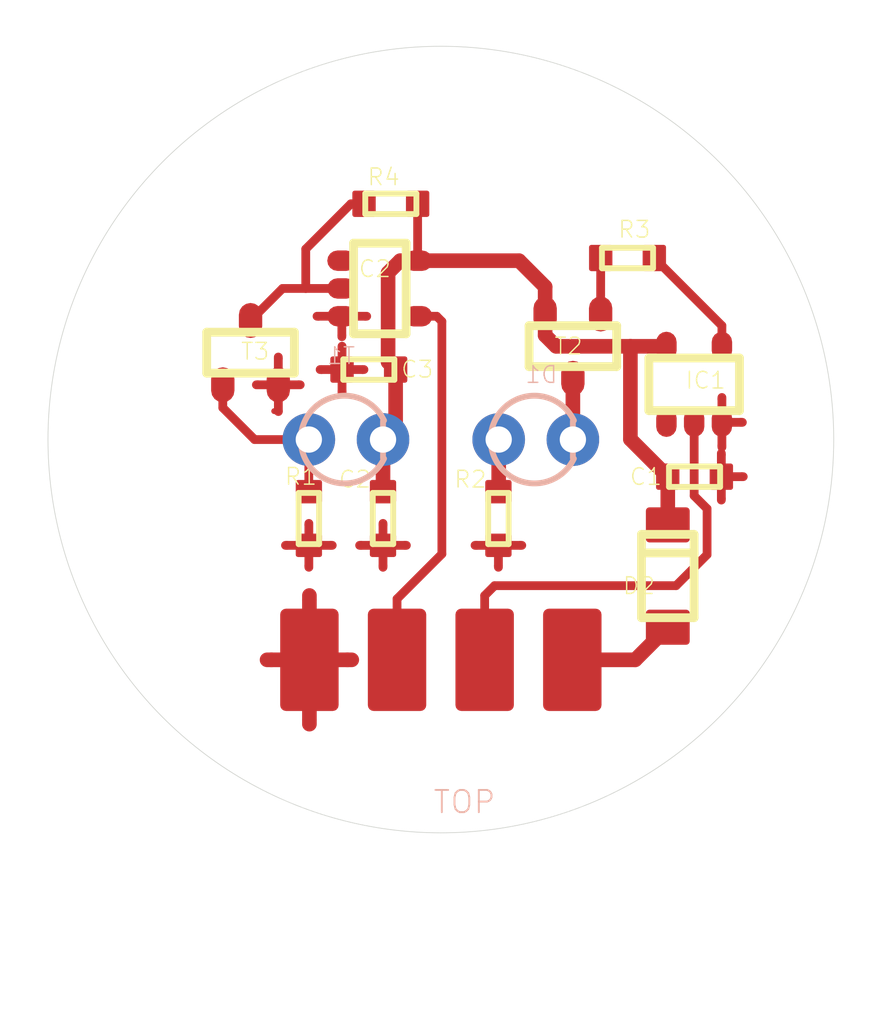
<source format=kicad_pcb>
(kicad_pcb (version 20171130) (host pcbnew "(5.1.9)-1")

  (general
    (thickness 1.6)
    (drawings 19)
    (tracks 119)
    (zones 0)
    (modules 18)
    (nets 17)
  )

  (page A4)
  (layers
    (0 Top signal)
    (31 Bottom signal)
    (32 B.Adhes user)
    (33 F.Adhes user)
    (34 B.Paste user)
    (35 F.Paste user)
    (36 B.SilkS user)
    (37 F.SilkS user)
    (38 B.Mask user)
    (39 F.Mask user)
    (40 Dwgs.User user)
    (41 Cmts.User user)
    (42 Eco1.User user)
    (43 Eco2.User user)
    (44 Edge.Cuts user)
    (45 Margin user)
    (46 B.CrtYd user)
    (47 F.CrtYd user)
    (48 B.Fab user)
    (49 F.Fab user)
  )

  (setup
    (last_trace_width 0.25)
    (trace_clearance 0.2)
    (zone_clearance 0.508)
    (zone_45_only no)
    (trace_min 0.2)
    (via_size 0.8)
    (via_drill 0.4)
    (via_min_size 0.4)
    (via_min_drill 0.3)
    (uvia_size 0.3)
    (uvia_drill 0.1)
    (uvias_allowed no)
    (uvia_min_size 0.2)
    (uvia_min_drill 0.1)
    (edge_width 0.05)
    (segment_width 0.2)
    (pcb_text_width 0.3)
    (pcb_text_size 1.5 1.5)
    (mod_edge_width 0.12)
    (mod_text_size 1 1)
    (mod_text_width 0.15)
    (pad_size 1.524 1.524)
    (pad_drill 0.762)
    (pad_to_mask_clearance 0)
    (aux_axis_origin 0 0)
    (visible_elements FFFFFF7F)
    (pcbplotparams
      (layerselection 0x010fc_ffffffff)
      (usegerberextensions false)
      (usegerberattributes true)
      (usegerberadvancedattributes true)
      (creategerberjobfile true)
      (excludeedgelayer true)
      (linewidth 0.100000)
      (plotframeref false)
      (viasonmask false)
      (mode 1)
      (useauxorigin false)
      (hpglpennumber 1)
      (hpglpenspeed 20)
      (hpglpendiameter 15.000000)
      (psnegative false)
      (psa4output false)
      (plotreference true)
      (plotvalue true)
      (plotinvisibletext false)
      (padsonsilk false)
      (subtractmaskfromsilk false)
      (outputformat 1)
      (mirror false)
      (drillshape 1)
      (scaleselection 1)
      (outputdirectory ""))
  )

  (net 0 "")
  (net 1 /GND)
  (net 2 "Net-(IC2-Pad4)")
  (net 3 "Net-(D2-Pad2)")
  (net 4 /+UB)
  (net 5 "Net-(R1-Pad2)")
  (net 6 "Net-(IC2-Pad2)")
  (net 7 "Net-(D1-Pad1)")
  (net 8 "Net-(D1-Pad2)")
  (net 9 "Net-(R3-Pad2)")
  (net 10 "Net-(IC1-Pad4)")
  (net 11 "Net-(IC1-Pad2)")
  (net 12 "Net-(IC1-Pad1)")
  (net 13 "Net-(IC2-Pad1)")
  (net 14 "Net-(T3-Pad2)")
  (net 15 "Net-(T2-Pad2)")
  (net 16 "Net-(T2-Pad1)")

  (net_class Default "This is the default net class."
    (clearance 0.2)
    (trace_width 0.25)
    (via_dia 0.8)
    (via_drill 0.4)
    (uvia_dia 0.3)
    (uvia_drill 0.1)
    (add_net +UB)
    (add_net /+UB)
    (add_net /GND)
    (add_net B)
    (add_net "Net-(D1-Pad1)")
    (add_net "Net-(D1-Pad2)")
    (add_net "Net-(D2-Pad2)")
    (add_net "Net-(IC1-Pad1)")
    (add_net "Net-(IC1-Pad2)")
    (add_net "Net-(IC1-Pad4)")
    (add_net "Net-(IC2-Pad1)")
    (add_net "Net-(IC2-Pad2)")
    (add_net "Net-(IC2-Pad4)")
    (add_net "Net-(R1-Pad2)")
    (add_net "Net-(R3-Pad2)")
    (add_net "Net-(T2-Pad1)")
    (add_net "Net-(T2-Pad2)")
    (add_net "Net-(T3-Pad2)")
  )

  (module IR_Schreib_Lesekopf_TTL_Neu_V1:LOETPUNKT_1 (layer Top) (tedit 0) (tstamp 61754E05)
    (at 144.0011 112.5366 270)
    (path /D6F99A86)
    (fp_text reference X4 (at 1.242 0.378) (layer F.Fab)
      (effects (font (size 0.57 0.57) (thickness 0.048)) (justify left bottom))
    )
    (fp_text value GND (at -0.584 0.545) (layer F.Fab)
      (effects (font (size 0.57 0.57) (thickness 0.048)) (justify left bottom))
    )
    (pad 1 smd roundrect (at 0 0 270) (size 3.5 2) (layers Top F.Mask) (roundrect_rratio 0.1)
      (net 1 /GND) (solder_mask_margin 0.1016))
  )

  (module IR_Schreib_Lesekopf_TTL_Neu_V1:LOETPUNKT_2 (layer Top) (tedit 0) (tstamp 61754E09)
    (at 147.0011 112.5366 90)
    (path /2B12BB6C)
    (fp_text reference X3 (at -0.64 -0.38 180) (layer F.Fab)
      (effects (font (size 0.57 0.57) (thickness 0.048)) (justify right top))
    )
    (fp_text value RXD (at 1.176 -0.558 180) (layer F.Fab)
      (effects (font (size 0.57 0.57) (thickness 0.048)) (justify right top))
    )
    (pad 1 smd roundrect (at 0 0 90) (size 3.5 2) (layers Top F.Mask) (roundrect_rratio 0.1)
      (net 2 "Net-(IC2-Pad4)") (solder_mask_margin 0.1016))
  )

  (module IR_Schreib_Lesekopf_TTL_Neu_V1:LOETPUNKT_3 (layer Top) (tedit 0) (tstamp 61754E0D)
    (at 153.0011 112.5366 90)
    (path /E702066D)
    (fp_text reference X1 (at -0.574 -0.311 180) (layer F.Fab)
      (effects (font (size 0.57 0.57) (thickness 0.048)) (justify right top))
    )
    (fp_text value +Ub (at 1.205 -0.589 180) (layer F.Fab)
      (effects (font (size 0.57 0.57) (thickness 0.048)) (justify right top))
    )
    (pad 1 smd roundrect (at 0 0 90) (size 3.5 2) (layers Top F.Mask) (roundrect_rratio 0.1)
      (net 3 "Net-(D2-Pad2)") (solder_mask_margin 0.1016))
  )

  (module IR_Schreib_Lesekopf_TTL_Neu_V1:FOTO_4MM_4 (layer Bottom) (tedit 0) (tstamp 61754E11)
    (at 145.2511 105.0036)
    (path /43DE61C4)
    (fp_text reference T1 (at 0.354 -2.53) (layer B.SilkS)
      (effects (font (size 0.57 0.57) (thickness 0.048)) (justify left bottom mirror))
    )
    (fp_text value SFH309FA-4 (at 1.712 1.951) (layer B.Fab)
      (effects (font (size 0.57 0.57) (thickness 0.048)) (justify left bottom mirror))
    )
    (fp_arc (start -0.046 0) (end 1.304933 0.651904) (angle 308.4799805) (layer B.SilkS) (width 0.2))
    (fp_line (start 1.27 0.635) (end 1.27 -0.635) (layer B.SilkS) (width 0.2))
    (pad 2 thru_hole circle (at 1.27 0) (size 1.8 1.8) (drill 0.9) (layers *.Cu *.Mask)
      (net 4 /+UB) (solder_mask_margin 0.1016))
    (pad 1 thru_hole circle (at -1.27 0) (size 1.8 1.8) (drill 0.9) (layers *.Cu *.Mask)
      (net 5 "Net-(R1-Pad2)") (solder_mask_margin 0.1016))
  )

  (module IR_Schreib_Lesekopf_TTL_Neu_V1:0805_5 (layer Top) (tedit 0) (tstamp 61754E18)
    (at 143.9826 107.7036 270)
    (path /04647EBE)
    (fp_text reference R1 (at -1.1035 -0.31525) (layer F.SilkS)
      (effects (font (size 0.57 0.57) (thickness 0.048)) (justify right bottom))
    )
    (fp_text value 13K/1% (at -1.102 1.2495 270) (layer F.Fab)
      (effects (font (size 0.57 0.57) (thickness 0.048)) (justify right top))
    )
    (fp_line (start -0.875 -0.35) (end -0.875 0.35) (layer F.SilkS) (width 0.2))
    (fp_line (start 0.875 -0.35) (end 0.875 0.35) (layer F.SilkS) (width 0.2))
    (fp_line (start 0.875 -0.35) (end -0.875 -0.35) (layer F.SilkS) (width 0.2))
    (fp_line (start -0.875 0.35) (end 0.875 0.35) (layer F.SilkS) (width 0.2))
    (fp_circle (center 0 0) (end 0.1 0) (layer F.Adhes) (width 0.2))
    (pad 2 smd roundrect (at -0.9175 0 180) (size 0.9 0.8) (layers Top F.Mask) (roundrect_rratio 0.1)
      (net 5 "Net-(R1-Pad2)") (solder_mask_margin 0.1016))
    (pad 1 smd roundrect (at 0.9175 0 180) (size 0.9 0.8) (layers Top F.Mask) (roundrect_rratio 0.1)
      (net 1 /GND) (solder_mask_margin 0.1016))
  )

  (module IR_Schreib_Lesekopf_TTL_Neu_V1:0805_6 (layer Top) (tedit 0) (tstamp 61754E22)
    (at 146.7886 96.9411 180)
    (path /EA9C1F2C)
    (fp_text reference R4 (at -0.34125 1.2505 180) (layer F.SilkS)
      (effects (font (size 0.57 0.57) (thickness 0.048)) (justify right top))
    )
    (fp_text value 13K/1% (at -3.1355 0.287 180) (layer F.Fab)
      (effects (font (size 0.57 0.57) (thickness 0.048)) (justify right top))
    )
    (fp_line (start -0.875 -0.35) (end -0.875 0.35) (layer F.SilkS) (width 0.2))
    (fp_line (start 0.875 -0.35) (end 0.875 0.35) (layer F.SilkS) (width 0.2))
    (fp_line (start 0.875 -0.35) (end -0.875 -0.35) (layer F.SilkS) (width 0.2))
    (fp_line (start -0.875 0.35) (end 0.875 0.35) (layer F.SilkS) (width 0.2))
    (fp_circle (center 0 0) (end 0.1 0) (layer F.Adhes) (width 0.2))
    (pad 2 smd roundrect (at -0.9175 0 90) (size 0.9 0.8) (layers Top F.Mask) (roundrect_rratio 0.1)
      (net 4 /+UB) (solder_mask_margin 0.1016))
    (pad 1 smd roundrect (at 0.9175 0 90) (size 0.9 0.8) (layers Top F.Mask) (roundrect_rratio 0.1)
      (net 6 "Net-(IC2-Pad2)") (solder_mask_margin 0.1016))
  )

  (module IR_Schreib_Lesekopf_TTL_Neu_V1:0805_10 (layer Top) (tedit 0) (tstamp 61754E2C)
    (at 146.0356 102.6101)
    (path /988EC371)
    (fp_text reference C3 (at 1.06875 0.3255) (layer F.SilkS)
      (effects (font (size 0.57 0.57) (thickness 0.048)) (justify left bottom))
    )
    (fp_text value 1µF/10V (at -1.1505 1.226) (layer F.Fab)
      (effects (font (size 0.57 0.57) (thickness 0.048)) (justify left bottom))
    )
    (fp_line (start -0.875 -0.35) (end -0.875 0.35) (layer F.SilkS) (width 0.2))
    (fp_line (start 0.875 -0.35) (end 0.875 0.35) (layer F.SilkS) (width 0.2))
    (fp_line (start 0.875 -0.35) (end -0.875 -0.35) (layer F.SilkS) (width 0.2))
    (fp_line (start -0.875 0.35) (end 0.875 0.35) (layer F.SilkS) (width 0.2))
    (fp_circle (center 0 0) (end 0.1 0) (layer F.Adhes) (width 0.2))
    (pad 2 smd roundrect (at -0.9175 0 270) (size 0.9 0.8) (layers Top F.Mask) (roundrect_rratio 0.1)
      (net 1 /GND) (solder_mask_margin 0.1016))
    (pad 1 smd roundrect (at 0.9175 0 270) (size 0.9 0.8) (layers Top F.Mask) (roundrect_rratio 0.1)
      (net 4 /+UB) (solder_mask_margin 0.1016))
  )

  (module IR_Schreib_Lesekopf_TTL_Neu_V1:0805_11 (layer Top) (tedit 0) (tstamp 61754E36)
    (at 157.1861 106.2731 180)
    (path /BCB0F8D9)
    (fp_text reference C1 (at 1.07825 0.333 180) (layer F.SilkS)
      (effects (font (size 0.57 0.57) (thickness 0.048)) (justify right top))
    )
    (fp_text value 1µF/10V (at -1.203 -0.5645 180) (layer F.Fab)
      (effects (font (size 0.57 0.57) (thickness 0.048)) (justify right top))
    )
    (fp_line (start -0.875 -0.35) (end -0.875 0.35) (layer F.SilkS) (width 0.2))
    (fp_line (start 0.875 -0.35) (end 0.875 0.35) (layer F.SilkS) (width 0.2))
    (fp_line (start 0.875 -0.35) (end -0.875 -0.35) (layer F.SilkS) (width 0.2))
    (fp_line (start -0.875 0.35) (end 0.875 0.35) (layer F.SilkS) (width 0.2))
    (fp_circle (center 0 0) (end 0.1 0) (layer F.Adhes) (width 0.2))
    (pad 2 smd roundrect (at -0.9175 0 90) (size 0.9 0.8) (layers Top F.Mask) (roundrect_rratio 0.1)
      (net 1 /GND) (solder_mask_margin 0.1016))
    (pad 1 smd roundrect (at 0.9175 0 90) (size 0.9 0.8) (layers Top F.Mask) (roundrect_rratio 0.1)
      (net 4 /+UB) (solder_mask_margin 0.1016))
  )

  (module IR_Schreib_Lesekopf_TTL_Neu_V1:LED_3MM_13 (layer Top) (tedit 0) (tstamp 61754E40)
    (at 151.7511 105.0036)
    (path /8EB84F51)
    (fp_text reference D1 (at -0.398 -1.885) (layer B.SilkS)
      (effects (font (size 0.57 0.57) (thickness 0.048)) (justify right bottom mirror))
    )
    (fp_text value SFH487-2 (at -1.479 2.615) (layer B.Fab)
      (effects (font (size 0.57 0.57) (thickness 0.048)) (justify right bottom mirror))
    )
    (fp_arc (start -0.046 -0.000001) (end 1.304934 -0.651904) (angle -308.47999) (layer B.SilkS) (width 0.2))
    (fp_line (start 1.27 -0.635) (end 1.27 0.635) (layer B.SilkS) (width 0.2))
    (pad 1 thru_hole circle (at 1.27 0) (size 1.8 1.8) (drill 0.9) (layers *.Cu *.Mask)
      (net 7 "Net-(D1-Pad1)") (solder_mask_margin 0.1016))
    (pad 2 thru_hole circle (at -1.27 0) (size 1.8 1.8) (drill 0.9) (layers *.Cu *.Mask)
      (net 8 "Net-(D1-Pad2)") (solder_mask_margin 0.1016))
  )

  (module IR_Schreib_Lesekopf_TTL_Neu_V1:0805_14 (layer Top) (tedit 0) (tstamp 61754E47)
    (at 154.8916 98.7951)
    (path /F00894F0)
    (fp_text reference R3 (at -0.35425 -0.6445) (layer F.SilkS)
      (effects (font (size 0.57 0.57) (thickness 0.048)) (justify left bottom))
    )
    (fp_text value 13K/1% (at -0.8685 1.19) (layer F.Fab)
      (effects (font (size 0.57 0.57) (thickness 0.048)) (justify left bottom))
    )
    (fp_line (start -0.875 -0.35) (end -0.875 0.35) (layer F.SilkS) (width 0.2))
    (fp_line (start 0.875 -0.35) (end 0.875 0.35) (layer F.SilkS) (width 0.2))
    (fp_line (start 0.875 -0.35) (end -0.875 -0.35) (layer F.SilkS) (width 0.2))
    (fp_line (start -0.875 0.35) (end 0.875 0.35) (layer F.SilkS) (width 0.2))
    (fp_circle (center 0 0) (end 0.1 0) (layer F.Adhes) (width 0.2))
    (pad 2 smd roundrect (at -0.9175 0 270) (size 0.9 0.8) (layers Top F.Mask) (roundrect_rratio 0.1)
      (net 9 "Net-(R3-Pad2)") (solder_mask_margin 0.1016))
    (pad 1 smd roundrect (at 0.9175 0 270) (size 0.9 0.8) (layers Top F.Mask) (roundrect_rratio 0.1)
      (net 10 "Net-(IC1-Pad4)") (solder_mask_margin 0.1016))
  )

  (module IR_Schreib_Lesekopf_TTL_Neu_V1:LOETPUNKT_19 (layer Top) (tedit 0) (tstamp 61754E51)
    (at 150.0011 112.5366 270)
    (path /8C09EC51)
    (fp_text reference X2 (at 1.219 0.351) (layer F.Fab)
      (effects (font (size 0.57 0.57) (thickness 0.048)) (justify left bottom))
    )
    (fp_text value TXD (at -0.575 0.551) (layer F.Fab)
      (effects (font (size 0.57 0.57) (thickness 0.048)) (justify left bottom))
    )
    (pad 1 smd roundrect (at 0 0 270) (size 3.5 2) (layers Top F.Mask) (roundrect_rratio 0.1)
      (net 11 "Net-(IC1-Pad2)") (solder_mask_margin 0.1016))
  )

  (module IR_Schreib_Lesekopf_TTL_Neu_V1:SOT23_5_20 (layer Top) (tedit 0) (tstamp 61754E55)
    (at 157.1731 103.1146)
    (path /C45ADC5E)
    (fp_text reference IC1 (at -0.33 0.197) (layer F.SilkS)
      (effects (font (size 0.57 0.57) (thickness 0.048)) (justify left bottom))
    )
    (fp_text value 74LVC1G17DBVR (at 2.38 1.815) (layer F.Fab)
      (effects (font (size 0.57 0.57) (thickness 0.048)) (justify right bottom))
    )
    (fp_line (start -1.55 0.9) (end -1.55 -0.9) (layer F.SilkS) (width 0.3))
    (fp_line (start 1.55 0.9) (end -1.55 0.9) (layer F.SilkS) (width 0.3))
    (fp_line (start 1.55 -0.9) (end 1.55 0.9) (layer F.SilkS) (width 0.3))
    (fp_line (start -1.55 -0.9) (end 1.55 -0.9) (layer F.SilkS) (width 0.3))
    (fp_circle (center 0 0) (end 0.15 0) (layer F.Adhes) (width 0.3))
    (fp_poly (pts (xy -0.6 1.15) (xy -0.626642 1.016061) (xy -0.702513 0.902513) (xy -0.816061 0.826642)
      (xy -0.95 0.8) (xy -1.083939 0.826642) (xy -1.197487 0.902513) (xy -1.273358 1.016061)
      (xy -1.3 1.15) (xy -1.3 1.45) (xy -1.273358 1.583939) (xy -1.197487 1.697487)
      (xy -1.083939 1.773358) (xy -0.95 1.8) (xy -0.816061 1.773358) (xy -0.702513 1.697487)
      (xy -0.626642 1.583939) (xy -0.6 1.45)) (layer Top) (width 0))
    (fp_poly (pts (xy 0.35 1.15) (xy 0.323358 1.016061) (xy 0.247487 0.902513) (xy 0.133939 0.826642)
      (xy 0 0.8) (xy -0.133939 0.826642) (xy -0.247487 0.902513) (xy -0.323358 1.016061)
      (xy -0.35 1.15) (xy -0.35 1.45) (xy -0.323358 1.583939) (xy -0.247487 1.697487)
      (xy -0.133939 1.773358) (xy 0 1.8) (xy 0.133939 1.773358) (xy 0.247487 1.697487)
      (xy 0.323358 1.583939) (xy 0.35 1.45)) (layer Top) (width 0))
    (fp_poly (pts (xy 1.3 1.15) (xy 1.273358 1.016061) (xy 1.197487 0.902513) (xy 1.083939 0.826642)
      (xy 0.95 0.8) (xy 0.816061 0.826642) (xy 0.702513 0.902513) (xy 0.626642 1.016061)
      (xy 0.6 1.15) (xy 0.6 1.45) (xy 0.626642 1.583939) (xy 0.702513 1.697487)
      (xy 0.816061 1.773358) (xy 0.95 1.8) (xy 1.083939 1.773358) (xy 1.197487 1.697487)
      (xy 1.273358 1.583939) (xy 1.3 1.45)) (layer Top) (width 0))
    (fp_poly (pts (xy -0.6 -1.45) (xy -0.626642 -1.583939) (xy -0.702513 -1.697487) (xy -0.816061 -1.773358)
      (xy -0.95 -1.8) (xy -1.083939 -1.773358) (xy -1.197487 -1.697487) (xy -1.273358 -1.583939)
      (xy -1.3 -1.45) (xy -1.3 -1.15) (xy -1.273358 -1.016061) (xy -1.197487 -0.902513)
      (xy -1.083939 -0.826642) (xy -0.95 -0.8) (xy -0.816061 -0.826642) (xy -0.702513 -0.902513)
      (xy -0.626642 -1.016061) (xy -0.6 -1.15)) (layer Top) (width 0))
    (fp_poly (pts (xy 1.3 -1.45) (xy 1.273358 -1.583939) (xy 1.197487 -1.697487) (xy 1.083939 -1.773358)
      (xy 0.95 -1.8) (xy 0.816061 -1.773358) (xy 0.702513 -1.697487) (xy 0.626642 -1.583939)
      (xy 0.6 -1.45) (xy 0.6 -1.15) (xy 0.626642 -1.016061) (xy 0.702513 -0.902513)
      (xy 0.816061 -0.826642) (xy 0.95 -0.8) (xy 1.083939 -0.826642) (xy 1.197487 -0.902513)
      (xy 1.273358 -1.016061) (xy 1.3 -1.15)) (layer Top) (width 0))
    (pad 1 smd rect (at -0.95 1.3 180) (size 0.35 0.5) (layers Top F.Mask)
      (net 12 "Net-(IC1-Pad1)") (solder_mask_margin 0.1016))
    (pad 2 smd rect (at 0 1.3 180) (size 0.35 0.5) (layers Top F.Mask)
      (net 11 "Net-(IC1-Pad2)") (solder_mask_margin 0.1016))
    (pad 3 smd rect (at 0.95 1.3 180) (size 0.35 0.5) (layers Top F.Mask)
      (net 1 /GND) (solder_mask_margin 0.1016))
    (pad 5 smd rect (at -0.95 -1.3 180) (size 0.35 0.5) (layers Top F.Mask)
      (net 4 /+UB) (solder_mask_margin 0.1016))
    (pad 4 smd rect (at 0.95 -1.3 180) (size 0.35 0.5) (layers Top F.Mask)
      (net 10 "Net-(IC1-Pad4)") (solder_mask_margin 0.1016))
  )

  (module IR_Schreib_Lesekopf_TTL_Neu_V1:0805_21 (layer Top) (tedit 0) (tstamp 61754E67)
    (at 146.5206 107.7036 90)
    (path /D8344A69)
    (fp_text reference C2 (at 1.6735 -0.37125 180) (layer F.SilkS)
      (effects (font (size 0.57 0.57) (thickness 0.048)) (justify right top))
    )
    (fp_text value 1µF/10V (at -1.144 1.2815 90) (layer F.Fab)
      (effects (font (size 0.57 0.57) (thickness 0.048)) (justify left bottom))
    )
    (fp_line (start -0.875 -0.35) (end -0.875 0.35) (layer F.SilkS) (width 0.2))
    (fp_line (start 0.875 -0.35) (end 0.875 0.35) (layer F.SilkS) (width 0.2))
    (fp_line (start 0.875 -0.35) (end -0.875 -0.35) (layer F.SilkS) (width 0.2))
    (fp_line (start -0.875 0.35) (end 0.875 0.35) (layer F.SilkS) (width 0.2))
    (fp_circle (center 0 0) (end 0.1 0) (layer F.Adhes) (width 0.2))
    (pad 2 smd roundrect (at -0.9175 0) (size 0.9 0.8) (layers Top F.Mask) (roundrect_rratio 0.1)
      (net 1 /GND) (solder_mask_margin 0.1016))
    (pad 1 smd roundrect (at 0.9175 0) (size 0.9 0.8) (layers Top F.Mask) (roundrect_rratio 0.1)
      (net 4 /+UB) (solder_mask_margin 0.1016))
  )

  (module IR_Schreib_Lesekopf_TTL_Neu_V1:SOT23_5_23 (layer Top) (tedit 0) (tstamp 61754E71)
    (at 146.4121 99.8366 270)
    (path /5A9972E6)
    (fp_text reference IC2 (at -0.338 -0.419) (layer F.SilkS)
      (effects (font (size 0.57 0.57) (thickness 0.048)) (justify right bottom))
    )
    (fp_text value 74LVC1G17DBVR (at -2.548 1.823 270) (layer F.Fab)
      (effects (font (size 0.57 0.57) (thickness 0.048)) (justify right top))
    )
    (fp_line (start -1.55 0.9) (end -1.55 -0.9) (layer F.SilkS) (width 0.3))
    (fp_line (start 1.55 0.9) (end -1.55 0.9) (layer F.SilkS) (width 0.3))
    (fp_line (start 1.55 -0.9) (end 1.55 0.9) (layer F.SilkS) (width 0.3))
    (fp_line (start -1.55 -0.9) (end 1.55 -0.9) (layer F.SilkS) (width 0.3))
    (fp_circle (center 0 0) (end 0.15 0) (layer F.Adhes) (width 0.3))
    (fp_poly (pts (xy -0.6 1.15) (xy -0.626642 1.016061) (xy -0.702513 0.902513) (xy -0.816061 0.826642)
      (xy -0.95 0.8) (xy -1.083939 0.826642) (xy -1.197487 0.902513) (xy -1.273358 1.016061)
      (xy -1.3 1.15) (xy -1.3 1.45) (xy -1.273358 1.583939) (xy -1.197487 1.697487)
      (xy -1.083939 1.773358) (xy -0.95 1.8) (xy -0.816061 1.773358) (xy -0.702513 1.697487)
      (xy -0.626642 1.583939) (xy -0.6 1.45)) (layer Top) (width 0))
    (fp_poly (pts (xy 0.35 1.15) (xy 0.323358 1.016061) (xy 0.247487 0.902513) (xy 0.133939 0.826642)
      (xy 0 0.8) (xy -0.133939 0.826642) (xy -0.247487 0.902513) (xy -0.323358 1.016061)
      (xy -0.35 1.15) (xy -0.35 1.45) (xy -0.323358 1.583939) (xy -0.247487 1.697487)
      (xy -0.133939 1.773358) (xy 0 1.8) (xy 0.133939 1.773358) (xy 0.247487 1.697487)
      (xy 0.323358 1.583939) (xy 0.35 1.45)) (layer Top) (width 0))
    (fp_poly (pts (xy 1.3 1.15) (xy 1.273358 1.016061) (xy 1.197487 0.902513) (xy 1.083939 0.826642)
      (xy 0.95 0.8) (xy 0.816061 0.826642) (xy 0.702513 0.902513) (xy 0.626642 1.016061)
      (xy 0.6 1.15) (xy 0.6 1.45) (xy 0.626642 1.583939) (xy 0.702513 1.697487)
      (xy 0.816061 1.773358) (xy 0.95 1.8) (xy 1.083939 1.773358) (xy 1.197487 1.697487)
      (xy 1.273358 1.583939) (xy 1.3 1.45)) (layer Top) (width 0))
    (fp_poly (pts (xy -0.6 -1.45) (xy -0.626642 -1.583939) (xy -0.702513 -1.697487) (xy -0.816061 -1.773358)
      (xy -0.95 -1.8) (xy -1.083939 -1.773358) (xy -1.197487 -1.697487) (xy -1.273358 -1.583939)
      (xy -1.3 -1.45) (xy -1.3 -1.15) (xy -1.273358 -1.016061) (xy -1.197487 -0.902513)
      (xy -1.083939 -0.826642) (xy -0.95 -0.8) (xy -0.816061 -0.826642) (xy -0.702513 -0.902513)
      (xy -0.626642 -1.016061) (xy -0.6 -1.15)) (layer Top) (width 0))
    (fp_poly (pts (xy 1.3 -1.45) (xy 1.273358 -1.583939) (xy 1.197487 -1.697487) (xy 1.083939 -1.773358)
      (xy 0.95 -1.8) (xy 0.816061 -1.773358) (xy 0.702513 -1.697487) (xy 0.626642 -1.583939)
      (xy 0.6 -1.45) (xy 0.6 -1.15) (xy 0.626642 -1.016061) (xy 0.702513 -0.902513)
      (xy 0.816061 -0.826642) (xy 0.95 -0.8) (xy 1.083939 -0.826642) (xy 1.197487 -0.902513)
      (xy 1.273358 -1.016061) (xy 1.3 -1.15)) (layer Top) (width 0))
    (pad 1 smd rect (at -0.95 1.3 90) (size 0.35 0.5) (layers Top F.Mask)
      (net 13 "Net-(IC2-Pad1)") (solder_mask_margin 0.1016))
    (pad 2 smd rect (at 0 1.3 90) (size 0.35 0.5) (layers Top F.Mask)
      (net 6 "Net-(IC2-Pad2)") (solder_mask_margin 0.1016))
    (pad 3 smd rect (at 0.95 1.3 90) (size 0.35 0.5) (layers Top F.Mask)
      (net 1 /GND) (solder_mask_margin 0.1016))
    (pad 5 smd rect (at -0.95 -1.3 90) (size 0.35 0.5) (layers Top F.Mask)
      (net 4 /+UB) (solder_mask_margin 0.1016))
    (pad 4 smd rect (at 0.95 -1.3 90) (size 0.35 0.5) (layers Top F.Mask)
      (net 2 "Net-(IC2-Pad4)") (solder_mask_margin 0.1016))
  )

  (module IR_Schreib_Lesekopf_TTL_Neu_V1:SOD123_25 (layer Top) (tedit 0) (tstamp 61754E83)
    (at 156.2701 109.6716 90)
    (path /13221062)
    (fp_text reference D2 (at -0.001 -0.399 180) (layer F.SilkS)
      (effects (font (size 0.57 0.57) (thickness 0.048)) (justify right top))
    )
    (fp_text value BAT46W (at 1.253 1.851 90) (layer F.Fab)
      (effects (font (size 0.57 0.57) (thickness 0.048)) (justify right bottom))
    )
    (fp_line (start -1.425 0.9) (end -1.425 -0.9) (layer F.SilkS) (width 0.3))
    (fp_line (start 1.425 0.9) (end -1.425 0.9) (layer F.SilkS) (width 0.3))
    (fp_line (start 1.425 -0.9) (end 1.425 0.9) (layer F.SilkS) (width 0.3))
    (fp_line (start -1.425 -0.9) (end 1.425 -0.9) (layer F.SilkS) (width 0.3))
    (fp_circle (center 0 0) (end 0.1 0) (layer F.Adhes) (width 0.2))
    (fp_line (start 0.79 -0.9) (end 0.79 0.9) (layer F.SilkS) (width 0.3))
    (pad 1 smd roundrect (at 1.75 0 90) (size 1.2 1.5) (layers Top F.Mask) (roundrect_rratio 0.1)
      (net 4 /+UB) (solder_mask_margin 0.1016))
    (pad 2 smd roundrect (at -1.75 0 90) (size 1.2 1.5) (layers Top F.Mask) (roundrect_rratio 0.1)
      (net 3 "Net-(D2-Pad2)") (solder_mask_margin 0.1016))
  )

  (module IR_Schreib_Lesekopf_TTL_Neu_V1:SOT23_3_26 (layer Top) (tedit 0) (tstamp 61754E8E)
    (at 141.9861 102.0316)
    (path /E7030FAE)
    (fp_text reference T3 (at -0.362 0.291) (layer F.SilkS)
      (effects (font (size 0.57 0.57) (thickness 0.048)) (justify left bottom))
    )
    (fp_text value BC817-40 (at -1.407 1.629) (layer F.Fab)
      (effects (font (size 0.57 0.57) (thickness 0.048)) (justify left bottom))
    )
    (fp_poly (pts (xy -0.4 -0.9) (xy -0.369552 -0.746927) (xy -0.282843 -0.617157) (xy -0.153073 -0.530448)
      (xy 0 -0.5) (xy 0.153073 -0.530448) (xy 0.282843 -0.617157) (xy 0.369552 -0.746927)
      (xy 0.4 -0.9) (xy 0.4 -1.3) (xy 0.369552 -1.453073) (xy 0.282843 -1.582843)
      (xy 0.153073 -1.669552) (xy 0 -1.7) (xy -0.153073 -1.669552) (xy -0.282843 -1.582843)
      (xy -0.369552 -1.453073) (xy -0.4 -1.3)) (layer Top) (width 0))
    (fp_poly (pts (xy 0.55 1.3) (xy 0.580448 1.453073) (xy 0.667157 1.582843) (xy 0.796927 1.669552)
      (xy 0.95 1.7) (xy 1.103073 1.669552) (xy 1.232843 1.582843) (xy 1.319552 1.453073)
      (xy 1.35 1.3) (xy 1.35 0.9) (xy 1.319552 0.746927) (xy 1.232843 0.617157)
      (xy 1.103073 0.530448) (xy 0.95 0.5) (xy 0.796927 0.530448) (xy 0.667157 0.617157)
      (xy 0.580448 0.746927) (xy 0.55 0.9)) (layer Top) (width 0))
    (fp_poly (pts (xy -1.35 1.3) (xy -1.319552 1.453073) (xy -1.232843 1.582843) (xy -1.103073 1.669552)
      (xy -0.95 1.7) (xy -0.796927 1.669552) (xy -0.667157 1.582843) (xy -0.580448 1.453073)
      (xy -0.55 1.3) (xy -0.55 0.9) (xy -0.580448 0.746927) (xy -0.667157 0.617157)
      (xy -0.796927 0.530448) (xy -0.95 0.5) (xy -1.103073 0.530448) (xy -1.232843 0.617157)
      (xy -1.319552 0.746927) (xy -1.35 0.9)) (layer Top) (width 0))
    (fp_line (start 1.5 0.7) (end -1.5 0.7) (layer F.SilkS) (width 0.3))
    (fp_line (start 1.5 -0.7) (end 1.5 0.7) (layer F.SilkS) (width 0.3))
    (fp_line (start -1.5 -0.7) (end 1.5 -0.7) (layer F.SilkS) (width 0.3))
    (fp_line (start -1.5 0.7) (end -1.5 -0.7) (layer F.SilkS) (width 0.3))
    (fp_circle (center 0 0) (end 0.15 0) (layer F.Adhes) (width 0.3))
    (pad 3 smd rect (at 0 -1.1) (size 0.4 0.6) (layers Top F.Mask)
      (net 6 "Net-(IC2-Pad2)") (solder_mask_margin 0.1016))
    (pad 2 smd rect (at 0.95 1.1) (size 0.4 0.6) (layers Top F.Mask)
      (net 14 "Net-(T3-Pad2)") (solder_mask_margin 0.1016))
    (pad 1 smd rect (at -0.95 1.1) (size 0.4 0.6) (layers Top F.Mask)
      (net 5 "Net-(R1-Pad2)") (solder_mask_margin 0.1016))
  )

  (module IR_Schreib_Lesekopf_TTL_Neu_V1:0805_27 (layer Top) (tedit 0) (tstamp 61754E9C)
    (at 150.4716 107.7036 90)
    (path /B5C204EF)
    (fp_text reference R2 (at 1.6735 -0.37125 180) (layer F.SilkS)
      (effects (font (size 0.57 0.57) (thickness 0.048)) (justify right top))
    )
    (fp_text value 180R (at -0.492 1.2055 90) (layer F.Fab)
      (effects (font (size 0.57 0.57) (thickness 0.048)) (justify left bottom))
    )
    (fp_line (start -0.875 -0.35) (end -0.875 0.35) (layer F.SilkS) (width 0.2))
    (fp_line (start 0.875 -0.35) (end 0.875 0.35) (layer F.SilkS) (width 0.2))
    (fp_line (start 0.875 -0.35) (end -0.875 -0.35) (layer F.SilkS) (width 0.2))
    (fp_line (start -0.875 0.35) (end 0.875 0.35) (layer F.SilkS) (width 0.2))
    (fp_circle (center 0 0) (end 0.1 0) (layer F.Adhes) (width 0.2))
    (pad 2 smd roundrect (at -0.9175 0) (size 0.9 0.8) (layers Top F.Mask) (roundrect_rratio 0.1)
      (net 1 /GND) (solder_mask_margin 0.1016))
    (pad 1 smd roundrect (at 0.9175 0) (size 0.9 0.8) (layers Top F.Mask) (roundrect_rratio 0.1)
      (net 8 "Net-(D1-Pad2)") (solder_mask_margin 0.1016))
  )

  (module IR_Schreib_Lesekopf_TTL_Neu_V1:SOT23_3_28 (layer Top) (tedit 0) (tstamp 61754EA6)
    (at 153.0211 101.8096 180)
    (path /D8555BF1)
    (fp_text reference T2 (at -0.371 0.333 180) (layer F.SilkS)
      (effects (font (size 0.57 0.57) (thickness 0.048)) (justify right top))
    )
    (fp_text value BC807-40 (at -1.306 1.619 180) (layer F.Fab)
      (effects (font (size 0.57 0.57) (thickness 0.048)) (justify right top))
    )
    (fp_poly (pts (xy -0.4 -0.9) (xy -0.369552 -0.746927) (xy -0.282843 -0.617157) (xy -0.153073 -0.530448)
      (xy 0 -0.5) (xy 0.153073 -0.530448) (xy 0.282843 -0.617157) (xy 0.369552 -0.746927)
      (xy 0.4 -0.9) (xy 0.4 -1.3) (xy 0.369552 -1.453073) (xy 0.282843 -1.582843)
      (xy 0.153073 -1.669552) (xy 0 -1.7) (xy -0.153073 -1.669552) (xy -0.282843 -1.582843)
      (xy -0.369552 -1.453073) (xy -0.4 -1.3)) (layer Top) (width 0))
    (fp_poly (pts (xy 0.55 1.3) (xy 0.580448 1.453073) (xy 0.667157 1.582843) (xy 0.796927 1.669552)
      (xy 0.95 1.7) (xy 1.103073 1.669552) (xy 1.232843 1.582843) (xy 1.319552 1.453073)
      (xy 1.35 1.3) (xy 1.35 0.9) (xy 1.319552 0.746927) (xy 1.232843 0.617157)
      (xy 1.103073 0.530448) (xy 0.95 0.5) (xy 0.796927 0.530448) (xy 0.667157 0.617157)
      (xy 0.580448 0.746927) (xy 0.55 0.9)) (layer Top) (width 0))
    (fp_poly (pts (xy -1.35 1.3) (xy -1.319552 1.453073) (xy -1.232843 1.582843) (xy -1.103073 1.669552)
      (xy -0.95 1.7) (xy -0.796927 1.669552) (xy -0.667157 1.582843) (xy -0.580448 1.453073)
      (xy -0.55 1.3) (xy -0.55 0.9) (xy -0.580448 0.746927) (xy -0.667157 0.617157)
      (xy -0.796927 0.530448) (xy -0.95 0.5) (xy -1.103073 0.530448) (xy -1.232843 0.617157)
      (xy -1.319552 0.746927) (xy -1.35 0.9)) (layer Top) (width 0))
    (fp_line (start 1.5 0.7) (end -1.5 0.7) (layer F.SilkS) (width 0.3))
    (fp_line (start 1.5 -0.7) (end 1.5 0.7) (layer F.SilkS) (width 0.3))
    (fp_line (start -1.5 -0.7) (end 1.5 -0.7) (layer F.SilkS) (width 0.3))
    (fp_line (start -1.5 0.7) (end -1.5 -0.7) (layer F.SilkS) (width 0.3))
    (fp_circle (center 0 0) (end 0.15 0) (layer F.Adhes) (width 0.3))
    (pad 3 smd rect (at 0 -1.1 180) (size 0.4 0.6) (layers Top F.Mask)
      (net 7 "Net-(D1-Pad1)") (solder_mask_margin 0.1016))
    (pad 2 smd rect (at 0.95 1.1 180) (size 0.4 0.6) (layers Top F.Mask)
      (net 15 "Net-(T2-Pad2)") (solder_mask_margin 0.1016))
    (pad 1 smd rect (at -0.95 1.1 180) (size 0.4 0.6) (layers Top F.Mask)
      (net 16 "Net-(T2-Pad1)") (solder_mask_margin 0.1016))
  )

  (gr_circle (center 148.5011 105.0036) (end 162.0011 105.0036) (layer Dwgs.User) (width 0.025) (tstamp 10368960))
  (gr_circle (center 148.5011 105.0036) (end 161.9511 105.0036) (layer Edge.Cuts) (width 0.025) (tstamp 10368A00))
  (gr_text TOP (at 148.2021 117.8426) (layer B.SilkS) (tstamp 10369040)
    (effects (font (size 0.76 0.76) (thickness 0.064)) (justify left bottom))
  )
  (gr_line (start 148.5011 89.9836) (end 148.5011 119.9436) (layer Dwgs.User) (width 0.025) (tstamp 5087450))
  (gr_line (start 133.4211 105.0036) (end 163.3211 105.0036) (layer Dwgs.User) (width 0.025) (tstamp 5025760))
  (gr_line (start 162.0011 122.2836) (end 135.0011 122.2836) (layer Dwgs.User) (width 0.2) (tstamp 2038D480))
  (gr_text 27 (at 146.9411 121.6836) (layer Dwgs.User) (tstamp 2038CB20)
    (effects (font (size 1.425 1.425) (thickness 0.12)) (justify left bottom))
  )
  (gr_line (start 162.0011 105.0036) (end 162.0011 124.8736) (layer Dwgs.User) (width 0.2) (tstamp 2038D700))
  (gr_line (start 162.0011 122.2436) (end 135.0011 122.2436) (layer Dwgs.User) (width 0.2) (tstamp 2038C9E0))
  (gr_line (start 135.0011 105.0036) (end 135.0011 124.9136) (layer Dwgs.User) (width 0.2) (tstamp 2038D660))
  (gr_text 27 (at 146.9411 121.6436) (layer Dwgs.User) (tstamp 2038D7A0)
    (effects (font (size 1.425 1.425) (thickness 0.12)) (justify left bottom))
  )
  (gr_line (start 135.0011 124.9136) (end 135.0011 105.0036) (layer Dwgs.User) (width 0.2) (tstamp 2038CEE0))
  (gr_text "PIC&PLACE 0/0" (at 136.9481 120.5626) (layer Dwgs.User) (tstamp 2038E1A0)
    (effects (font (size 0.475 0.475) (thickness 0.04)) (justify left bottom))
  )
  (gr_line (start 140.7101 120.7556) (end 136.8821 120.7556) (layer Dwgs.User) (width 0.025) (tstamp 2038D840))
  (gr_line (start 136.8821 120.7556) (end 135.7541 119.6276) (layer Dwgs.User) (width 0.025) (tstamp 2038CD00))
  (gr_line (start 135.7541 119.6276) (end 135.7541 119.7676) (layer Dwgs.User) (width 0.025) (tstamp 2038DCA0))
  (gr_line (start 135.7541 119.7676) (end 135.7571 119.7706) (layer Dwgs.User) (width 0.025) (tstamp 2038CDA0))
  (gr_line (start 135.7571 119.6256) (end 135.8991 119.6256) (layer Dwgs.User) (width 0.025) (tstamp 2038D020))
  (gr_line (start 135.8991 119.6256) (end 135.9051 119.6316) (layer Dwgs.User) (width 0.025) (tstamp 2038DAC0))

  (segment (start 145.3012 112.5366) (end 145.4511 112.5366) (width 0.5) (layer Top) (net 1) (tstamp 19B13A60))
  (segment (start 144.0011 110.4865) (end 144.0011 110.3366) (width 0.5) (layer Top) (net 1) (tstamp 19B13E20))
  (segment (start 142.701 112.5366) (end 142.5511 112.5366) (width 0.5) (layer Top) (net 1) (tstamp 19B13D80))
  (segment (start 144.0011 114.5867) (end 144.0011 114.7366) (width 0.5) (layer Top) (net 1) (tstamp 19B139C0))
  (segment (start 158.1036 105.523) (end 158.1036 105.4731) (width 0.3) (layer Top) (net 1) (tstamp 19B13EC0))
  (segment (start 158.1036 107.0232) (end 158.1036 107.0731) (width 0.3) (layer Top) (net 1) (tstamp 19B13C40))
  (segment (start 158.8037 106.2731) (end 158.8536 106.2731) (width 0.3) (layer Top) (net 1) (tstamp 19B13920))
  (segment (start 147.2707 108.6211) (end 147.3206 108.6211) (width 0.3) (layer Top) (net 1) (tstamp 19B13B00))
  (segment (start 146.5206 107.921) (end 146.5206 107.8711) (width 0.3) (layer Top) (net 1) (tstamp 19B13F60))
  (segment (start 145.7705 108.6211) (end 145.7206 108.6211) (width 0.3) (layer Top) (net 1) (tstamp 19B13880))
  (segment (start 146.5206 109.3212) (end 146.5206 109.3711) (width 0.3) (layer Top) (net 1) (tstamp 19B0CE40))
  (segment (start 151.2217 108.6211) (end 151.2716 108.6211) (width 0.3) (layer Top) (net 1) (tstamp 19B0CBC0))
  (segment (start 149.7215 108.6211) (end 149.6716 108.6211) (width 0.3) (layer Top) (net 1) (tstamp 19B0C760))
  (segment (start 150.4716 109.3212) (end 150.4716 109.3711) (width 0.3) (layer Top) (net 1) (tstamp 19B0D7A0))
  (segment (start 144.7327 108.6211) (end 144.7826 108.6211) (width 0.3) (layer Top) (net 1) (tstamp 19B0C080))
  (segment (start 143.9826 107.921) (end 143.9826 107.8711) (width 0.3) (layer Top) (net 1) (tstamp 19B0E240))
  (segment (start 143.2325 108.6211) (end 143.1826 108.6211) (width 0.3) (layer Top) (net 1) (tstamp 19B0D160))
  (segment (start 143.9826 109.3212) (end 143.9826 109.3711) (width 0.3) (layer Top) (net 1) (tstamp 19B0C3A0))
  (segment (start 145.8182 102.6101) (end 145.8681 102.6101) (width 0.3) (layer Top) (net 1) (tstamp 19B0C120))
  (segment (start 145.1181 101.86) (end 145.1181 101.8101) (width 0.3) (layer Top) (net 1) (tstamp 19B0D520))
  (segment (start 144.418 102.6101) (end 144.3681 102.6101) (width 0.3) (layer Top) (net 1) (tstamp 19B0E4C0))
  (segment (start 145.1181 103.3602) (end 145.1181 103.4101) (width 0.3) (layer Top) (net 1) (tstamp 19B0DB60))
  (segment (start 143.6362 103.1316) (end 143.6861 103.1316) (width 0.3) (layer Top) (net 14) (tstamp 19B0E380))
  (segment (start 142.9361 102.2315) (end 142.9361 102.1816) (width 0.3) (layer Top) (net 14) (tstamp 19B0D480))
  (segment (start 142.236 103.1316) (end 142.1861 103.1316) (width 0.3) (layer Top) (net 14) (tstamp 19B0C6C0))
  (segment (start 145.9122 100.7866) (end 145.9621 100.7866) (width 0.3) (layer Top) (net 1) (tstamp 19B0E420))
  (segment (start 144.312 100.7866) (end 144.2621 100.7866) (width 0.3) (layer Top) (net 1) (tstamp 19B0D020))
  (segment (start 145.1121 101.4367) (end 145.1121 101.4866) (width 0.3) (layer Top) (net 1) (tstamp 19B0E100))
  (segment (start 158.7732 104.4146) (end 158.8231 104.4146) (width 0.3) (layer Top) (net 1) (tstamp 19B0C9E0))
  (segment (start 158.1231 103.6145) (end 158.1231 103.5646) (width 0.3) (layer Top) (net 1) (tstamp 19B0C8A0))
  (segment (start 158.1231 105.2147) (end 158.1231 105.2646) (width 0.3) (layer Top) (net 1) (tstamp 19B0C800))
  (segment (start 142.9381 104.0317) (end 142.9381 104.0457) (width 0.3) (layer Top) (net 14) (tstamp 19B0E560))
  (segment (start 142.9381 104.0457) (end 142.79608 104.0317) (width 0.2) (layer Top) (net 14) (tstamp 19B0D0C0))
  (segment (start 144.0011 112.5366) (end 145.3012 112.5366) (width 0.5) (layer Top) (net 1) (tstamp 19B0CC60))
  (segment (start 144.0011 112.5366) (end 144.0011 110.4865) (width 0.5) (layer Top) (net 1) (tstamp 19B0E600))
  (segment (start 144.0011 112.5366) (end 142.701 112.5366) (width 0.5) (layer Top) (net 1) (tstamp 19B0D200))
  (segment (start 144.0011 112.5366) (end 144.0011 114.5867) (width 0.5) (layer Top) (net 1) (tstamp 19B0C300))
  (segment (start 158.1036 106.2731) (end 158.1036 105.523) (width 0.3) (layer Top) (net 1) (tstamp 19B0E6A0))
  (segment (start 158.1036 106.2731) (end 158.1036 107.0232) (width 0.3) (layer Top) (net 1) (tstamp 19B0E740))
  (segment (start 158.1036 106.2731) (end 158.8037 106.2731) (width 0.3) (layer Top) (net 1) (tstamp 19B0D2A0))
  (segment (start 146.5206 108.6211) (end 147.2707 108.6211) (width 0.3) (layer Top) (net 1) (tstamp 19B0D660))
  (segment (start 146.5206 108.6211) (end 146.5206 107.921) (width 0.3) (layer Top) (net 1) (tstamp 19B0D5C0))
  (segment (start 146.5206 108.6211) (end 145.7705 108.6211) (width 0.3) (layer Top) (net 1) (tstamp 19B0DE80))
  (segment (start 146.5206 108.6211) (end 146.5206 109.3212) (width 0.3) (layer Top) (net 1) (tstamp 19B0CD00))
  (segment (start 150.4716 108.6211) (end 151.2217 108.6211) (width 0.3) (layer Top) (net 1) (tstamp 19B0E7E0))
  (segment (start 150.4716 108.6211) (end 149.7215 108.6211) (width 0.3) (layer Top) (net 1) (tstamp 19B0D700))
  (segment (start 150.4716 108.6211) (end 150.4716 109.3212) (width 0.3) (layer Top) (net 1) (tstamp 19B0C260))
  (segment (start 143.9826 108.6211) (end 144.7327 108.6211) (width 0.3) (layer Top) (net 1) (tstamp 19B0E060))
  (segment (start 143.9826 108.6211) (end 143.9826 107.921) (width 0.3) (layer Top) (net 1) (tstamp 19B0D840))
  (segment (start 143.9826 108.6211) (end 143.2325 108.6211) (width 0.3) (layer Top) (net 1) (tstamp 19B0C1C0))
  (segment (start 143.9826 108.6211) (end 143.9826 109.3212) (width 0.3) (layer Top) (net 1) (tstamp 19B0D8E0))
  (segment (start 145.1181 102.6101) (end 145.8182 102.6101) (width 0.3) (layer Top) (net 1) (tstamp 19B0DF20))
  (segment (start 145.1181 102.6101) (end 145.1181 101.86) (width 0.3) (layer Top) (net 1) (tstamp 19B0DC00))
  (segment (start 145.1181 102.6101) (end 144.418 102.6101) (width 0.3) (layer Top) (net 1) (tstamp 19B0D980))
  (segment (start 145.1181 102.6101) (end 145.1181 103.3602) (width 0.3) (layer Top) (net 1) (tstamp 19B0DA20))
  (segment (start 142.9361 103.1316) (end 143.6362 103.1316) (width 0.3) (layer Top) (net 14) (tstamp 19B0C440))
  (segment (start 142.9361 103.1316) (end 142.9361 102.2315) (width 0.3) (layer Top) (net 14) (tstamp 19B0C4E0))
  (segment (start 142.9361 103.1316) (end 142.236 103.1316) (width 0.3) (layer Top) (net 14) (tstamp 19B0C580))
  (segment (start 145.1121 100.7866) (end 145.9122 100.7866) (width 0.3) (layer Top) (net 1) (tstamp 19B0DCA0))
  (segment (start 145.1121 100.7866) (end 144.312 100.7866) (width 0.3) (layer Top) (net 1) (tstamp 19B0C620))
  (segment (start 145.1121 100.7866) (end 145.1121 101.4367) (width 0.3) (layer Top) (net 1) (tstamp 19B0E2E0))
  (segment (start 158.1231 104.4146) (end 158.7732 104.4146) (width 0.3) (layer Top) (net 1) (tstamp 19B0C940))
  (segment (start 158.1231 104.4146) (end 158.1231 103.6145) (width 0.3) (layer Top) (net 1) (tstamp 19B0CA80))
  (segment (start 158.1231 104.4146) (end 158.1231 105.2147) (width 0.3) (layer Top) (net 1) (tstamp 19B0CEE0))
  (segment (start 142.9381 103.1296) (end 142.9381 104.0317) (width 0.3) (layer Top) (net 14) (tstamp 19B0CB20))
  (segment (start 141.0361 103.1316) (end 141.0361 103.9156) (width 0.3) (layer Top) (net 5) (tstamp 19F141C0))
  (segment (start 141.0361 103.9156) (end 142.1241 105.0036) (width 0.3) (layer Top) (net 5) (tstamp 19F153E0))
  (segment (start 142.1241 105.0036) (end 143.9811 105.0036) (width 0.3) (layer Top) (net 5) (tstamp 19F15020))
  (segment (start 143.9811 105.0036) (end 143.9811 106.7846) (width 0.3) (layer Top) (net 5) (tstamp 19F144E0))
  (segment (start 143.9811 106.7846) (end 143.9826 106.7861) (width 0.3) (layer Top) (net 5) (tstamp 19F16240))
  (segment (start 146.5211 106.7856) (end 146.5211 105.0036) (width 0.5) (layer Top) (net 15) (tstamp 19F16420))
  (segment (start 146.5211 106.7856) (end 146.5206 106.7861) (width 0.3) (layer Top) (net 15) (tstamp 19F14C60))
  (segment (start 146.9531 104.5716) (end 146.9531 102.6101) (width 0.5) (layer Top) (net 15) (tstamp 19F150C0))
  (segment (start 146.9531 104.5716) (end 146.5211 105.0036) (width 0.5) (layer Top) (net 15) (tstamp 19F14300))
  (segment (start 146.6951 102.3521) (end 146.9531 102.6101) (width 0.5) (layer Top) (net 15) (tstamp 19F15980))
  (segment (start 146.6951 102.3521) (end 146.6951 99.2996) (width 0.5) (layer Top) (net 15) (tstamp 19F15160))
  (segment (start 146.6951 99.2996) (end 147.1081 98.8866) (width 0.5) (layer Top) (net 15) (tstamp 19F146C0))
  (segment (start 147.1081 98.8866) (end 147.7121 98.8866) (width 0.5) (layer Top) (net 15) (tstamp 19F158E0))
  (segment (start 147.7061 98.8806) (end 147.7061 96.9411) (width 0.3) (layer Top) (net 15) (tstamp 19F14260))
  (segment (start 147.7061 98.8806) (end 147.7121 98.8866) (width 0.3) (layer Top) (net 15) (tstamp 19F164C0))
  (segment (start 152.4461 101.8146) (end 152.0711 101.4396) (width 0.5) (layer Top) (net 15) (tstamp 19F15200))
  (segment (start 152.0711 101.4396) (end 152.0711 100.7096) (width 0.5) (layer Top) (net 15) (tstamp 19F148A0))
  (segment (start 152.0711 100.7096) (end 152.0711 99.7786) (width 0.5) (layer Top) (net 15) (tstamp 19F16560))
  (segment (start 152.0711 99.7786) (end 151.1791 98.8866) (width 0.5) (layer Top) (net 15) (tstamp 19F15480))
  (segment (start 151.1791 98.8866) (end 147.7121 98.8866) (width 0.5) (layer Top) (net 15) (tstamp 19F155C0))
  (segment (start 147.7121 98.8866) (end 147.7061 98.8806) (width 0.5) (layer Top) (net 15) (tstamp 19F14D00))
  (segment (start 156.2701 107.9216) (end 156.2701 106.2746) (width 0.5) (layer Top) (net 15) (tstamp 19F15660))
  (segment (start 156.2701 106.2746) (end 156.2686 106.2731) (width 0.5) (layer Top) (net 15) (tstamp 19F15CA0))
  (segment (start 152.4461 101.8146) (end 154.9901 101.8146) (width 0.5) (layer Top) (net 15) (tstamp 19F16600))
  (segment (start 156.2701 106.2746) (end 154.9901 104.9946) (width 0.5) (layer Top) (net 15) (tstamp 19F15E80))
  (segment (start 154.9901 104.9946) (end 154.9901 101.8146) (width 0.5) (layer Top) (net 15) (tstamp 19F14DA0))
  (segment (start 154.9901 101.8146) (end 156.2231 101.8146) (width 0.5) (layer Top) (net 15) (tstamp 19F152A0))
  (segment (start 150.0011 110.3396) (end 150.0011 112.5366) (width 0.3) (layer Top) (net 11) (tstamp 19F15B60))
  (segment (start 150.3401 110.0006) (end 156.5541 110.0006) (width 0.3) (layer Top) (net 11) (tstamp 19F14B20))
  (segment (start 156.5541 110.0006) (end 157.6151 108.9396) (width 0.3) (layer Top) (net 11) (tstamp 19F14080))
  (segment (start 157.6151 107.3686) (end 157.6151 108.9396) (width 0.3) (layer Top) (net 11) (tstamp 19F14580))
  (segment (start 157.6151 107.3686) (end 157.1731 106.9266) (width 0.3) (layer Top) (net 11) (tstamp 19F15D40))
  (segment (start 157.1731 106.9266) (end 157.1731 104.4146) (width 0.3) (layer Top) (net 11) (tstamp 19F15DE0))
  (segment (start 150.3401 110.0006) (end 150.0011 110.3396) (width 0.3) (layer Top) (net 11) (tstamp 19F14620))
  (segment (start 147.0011 112.5366) (end 147.0011 110.4526) (width 0.3) (layer Top) (net 2) (tstamp 19F14E40))
  (segment (start 147.0011 110.4526) (end 148.5361 108.9176) (width 0.3) (layer Top) (net 2) (tstamp 19F16060))
  (segment (start 148.5361 100.9636) (end 148.5361 108.9176) (width 0.3) (layer Top) (net 2) (tstamp 19F16380))
  (segment (start 148.5361 100.9636) (end 148.3591 100.7866) (width 0.3) (layer Top) (net 2) (tstamp 19F14440))
  (segment (start 148.3591 100.7866) (end 147.7121 100.7866) (width 0.3) (layer Top) (net 2) (tstamp 19F14A80))
  (segment (start 141.9861 100.9316) (end 143.0811 99.8366) (width 0.3) (layer Top) (net 6) (tstamp 19F17FA0))
  (segment (start 143.0811 99.8366) (end 143.8761 99.8366) (width 0.3) (layer Top) (net 6) (tstamp 19F17F00))
  (segment (start 145.8711 96.9411) (end 145.4226 96.9411) (width 0.3) (layer Top) (net 6) (tstamp 19F169C0))
  (segment (start 145.4226 96.9411) (end 143.8761 98.4876) (width 0.3) (layer Top) (net 6) (tstamp 19F17280))
  (segment (start 143.8761 98.4876) (end 143.8761 99.8366) (width 0.3) (layer Top) (net 6) (tstamp 19F18C20))
  (segment (start 143.8761 99.8366) (end 145.1121 99.8366) (width 0.3) (layer Top) (net 6) (tstamp 19F184A0))
  (segment (start 153.0011 112.5366) (end 155.1551 112.5366) (width 0.5) (layer Top) (net 3) (tstamp 19F176E0))
  (segment (start 155.1551 112.5366) (end 156.2701 111.4216) (width 0.5) (layer Top) (net 3) (tstamp 19F171E0))
  (segment (start 153.9741 98.7951) (end 153.9711 100.7096) (width 0.3) (layer Top) (net 16) (tstamp 19F17DC0))
  (segment (start 153.9741 100.7066) (end 153.9711 100.7096) (width 0.3) (layer Top) (net 16) (tstamp 19F18680))
  (segment (start 153.0211 105.0036) (end 153.0211 102.9096) (width 0.5) (layer Top) (net 7) (tstamp 19F18720))
  (segment (start 150.4811 105.0036) (end 150.4811 106.7766) (width 0.5) (layer Top) (net 8) (tstamp 19F18540))
  (segment (start 150.4811 106.7766) (end 150.4716 106.7861) (width 0.3) (layer Top) (net 8) (tstamp 19F18CC0))
  (segment (start 158.1231 101.8146) (end 158.1231 101.1091) (width 0.3) (layer Top) (net 10) (tstamp 19F17140))
  (segment (start 158.1231 101.1091) (end 155.8091 98.7951) (width 0.3) (layer Top) (net 10) (tstamp 19F16EC0))

  (zone (net 1) (net_name /GND) (layer Top) (tstamp 19B0CDA0) (hatch edge 0.508)
    (priority 6)
    (connect_pads (clearance 0.3))
    (min_thickness 0.15)
    (fill (arc_segments 32) (thermal_gap 0.35) (thermal_bridge_width 0.35))
    (polygon
      (pts
        (xy 162.4911 119.0036) (xy 134.4911 119.0036) (xy 134.4911 91.0036) (xy 162.4911 91.0036)
      )
    )
  )
  (zone (net 0) (net_name "") (layer Top) (tstamp 19F18E00) (hatch none 0.508)
    (priority 6)
    (connect_pads (clearance 0.000001))
    (min_thickness 0.0254)
    (keepout (tracks not_allowed) (vias not_allowed) (copperpour not_allowed))
    (fill (arc_segments 32) (thermal_gap 0.05) (thermal_bridge_width 0.05))
    (polygon
      (pts
        (xy 151.9451 114.4891) (xy 151.953975 114.485475) (xy 151.9576 114.4766) (xy 151.953975 114.467725) (xy 151.9451 114.4641)
        (xy 151.0581 114.4641) (xy 151.049225 114.467725) (xy 151.0456 114.4766) (xy 151.049225 114.485475) (xy 151.0581 114.4891)
      )
    )
  )
  (zone (net 0) (net_name "") (layer Top) (tstamp 19F18220) (hatch none 0.508)
    (priority 6)
    (connect_pads (clearance 0.000001))
    (min_thickness 0.0254)
    (keepout (tracks not_allowed) (vias not_allowed) (copperpour not_allowed))
    (fill (arc_segments 32) (thermal_gap 0.05) (thermal_bridge_width 0.05))
    (polygon
      (pts
        (xy 151.956938 114.482438) (xy 151.96065 114.4736) (xy 151.956938 114.464762) (xy 151.9481 114.46105) (xy 151.939262 114.464762)
        (xy 151.936262 114.467762) (xy 151.93255 114.4766) (xy 151.936262 114.485438) (xy 151.9451 114.48915) (xy 151.953938 114.485438)
      )
    )
  )
  (zone (net 0) (net_name "") (layer Top) (tstamp 19F16E20) (hatch none 0.508)
    (priority 6)
    (connect_pads (clearance 0.000001))
    (min_thickness 0.0254)
    (keepout (tracks not_allowed) (vias not_allowed) (copperpour not_allowed))
    (fill (arc_segments 32) (thermal_gap 0.05) (thermal_bridge_width 0.05))
    (polygon
      (pts
        (xy 157.2166 109.7486) (xy 157.212975 109.739725) (xy 157.2041 109.7361) (xy 157.195225 109.739725) (xy 157.1916 109.7486)
        (xy 157.1916 110.7776) (xy 157.195225 110.786475) (xy 157.2041 110.7901) (xy 157.212975 110.786475) (xy 157.2166 110.7776)
      )
    )
  )
  (zone (net 0) (net_name "") (layer Top) (tstamp 19F1B1A0) (hatch none 0.508)
    (priority 6)
    (connect_pads (clearance 0.000001))
    (min_thickness 0.0254)
    (keepout (tracks not_allowed) (vias not_allowed) (copperpour not_allowed))
    (fill (arc_segments 32) (thermal_gap 0.05) (thermal_bridge_width 0.05))
    (polygon
      (pts
        (xy 157.9466 106.8336) (xy 157.950225 106.842475) (xy 157.9591 106.8461) (xy 157.967975 106.842475) (xy 157.9716 106.8336)
        (xy 157.9716 105.8536) (xy 157.967975 105.844725) (xy 157.9591 105.8411) (xy 157.950225 105.844725) (xy 157.9466 105.8536)
      )
    )
  )
  (zone (net 0) (net_name "") (layer Top) (tstamp 19F19F80) (hatch none 0.508)
    (priority 6)
    (connect_pads (clearance 0.000001))
    (min_thickness 0.0254)
    (keepout (tracks not_allowed) (vias not_allowed) (copperpour not_allowed))
    (fill (arc_segments 32) (thermal_gap 0.05) (thermal_bridge_width 0.05))
    (polygon
      (pts
        (xy 157.942261 106.832761) (xy 157.938548 106.8416) (xy 157.942261 106.850439) (xy 157.9511 106.854152) (xy 157.959939 106.850439)
        (xy 157.967939 106.842439) (xy 157.971652 106.8336) (xy 157.967939 106.824761) (xy 157.9591 106.821048) (xy 157.950261 106.824761)
      )
    )
  )
  (zone (net 0) (net_name "") (layer Top) (tstamp 19F19260) (hatch none 0.508)
    (priority 6)
    (connect_pads (clearance 0.000001))
    (min_thickness 0.0254)
    (keepout (tracks not_allowed) (vias not_allowed) (copperpour not_allowed))
    (fill (arc_segments 32) (thermal_gap 0.05) (thermal_bridge_width 0.05))
    (polygon
      (pts
        (xy 157.017261 104.518439) (xy 157.0261 104.522152) (xy 157.034939 104.518439) (xy 157.038652 104.5096) (xy 157.034939 104.500761)
        (xy 156.762939 104.228761) (xy 156.7541 104.225048) (xy 156.745261 104.228761) (xy 156.741548 104.2376) (xy 156.745261 104.246439)
      )
    )
  )
  (zone (net 0) (net_name "") (layer Top) (tstamp 19F1A520) (hatch none 0.508)
    (priority 6)
    (connect_pads (clearance 0.000001))
    (min_thickness 0.0254)
    (keepout (tracks not_allowed) (vias not_allowed) (copperpour not_allowed))
    (fill (arc_segments 32) (thermal_gap 0.05) (thermal_bridge_width 0.05))
    (polygon
      (pts
        (xy 157.0331 104.5221) (xy 157.041975 104.518475) (xy 157.0456 104.5096) (xy 157.041975 104.500725) (xy 157.0331 104.4971)
        (xy 157.0261 104.4971) (xy 157.017225 104.500725) (xy 157.0136 104.5096) (xy 157.017225 104.518475) (xy 157.0261 104.5221)
      )
    )
  )
  (zone (net 0) (net_name "") (layer Top) (tstamp 19F1AA20) (hatch none 0.508)
    (priority 6)
    (connect_pads (clearance 0.000001))
    (min_thickness 0.0254)
    (keepout (tracks not_allowed) (vias not_allowed) (copperpour not_allowed))
    (fill (arc_segments 32) (thermal_gap 0.05) (thermal_bridge_width 0.05))
    (polygon
      (pts
        (xy 157.040261 104.534439) (xy 157.0491 104.538152) (xy 157.057939 104.534439) (xy 157.061652 104.5256) (xy 157.057939 104.516761)
        (xy 157.041939 104.500761) (xy 157.0331 104.497048) (xy 157.024261 104.500761) (xy 157.020548 104.5096) (xy 157.024261 104.518439)
      )
    )
  )
  (zone (net 0) (net_name "") (layer Top) (tstamp 19F194E0) (hatch none 0.508)
    (priority 6)
    (connect_pads (clearance 0.000001))
    (min_thickness 0.0254)
    (keepout (tracks not_allowed) (vias not_allowed) (copperpour not_allowed))
    (fill (arc_segments 32) (thermal_gap 0.05) (thermal_bridge_width 0.05))
    (polygon
      (pts
        (xy 153.2041 98.4541) (xy 153.212975 98.450475) (xy 153.2166 98.4416) (xy 153.212975 98.432725) (xy 153.2041 98.4291)
        (xy 151.2691 98.4291) (xy 151.260225 98.432725) (xy 151.2566 98.4416) (xy 151.260225 98.450475) (xy 151.2691 98.4541)
      )
    )
  )
  (zone (net 0) (net_name "") (layer Top) (tstamp 19F1BCE0) (hatch none 0.508)
    (priority 6)
    (connect_pads (clearance 0.000001))
    (min_thickness 0.0254)
    (keepout (tracks not_allowed) (vias not_allowed) (copperpour not_allowed))
    (fill (arc_segments 32) (thermal_gap 0.05) (thermal_bridge_width 0.05))
    (polygon
      (pts
        (xy 153.416939 98.246439) (xy 153.420652 98.2376) (xy 153.416939 98.228761) (xy 153.4081 98.225048) (xy 153.399261 98.228761)
        (xy 153.195261 98.432761) (xy 153.191548 98.4416) (xy 153.195261 98.450439) (xy 153.2041 98.454152) (xy 153.212939 98.450439)
      )
    )
  )
  (zone (net 0) (net_name "") (layer Top) (tstamp 19CA9550) (hatch none 0.508)
    (priority 6)
    (connect_pads (clearance 0.000001))
    (min_thickness 0.0254)
    (keepout (tracks not_allowed) (vias not_allowed) (copperpour not_allowed))
    (fill (arc_segments 32) (thermal_gap 0.05) (thermal_bridge_width 0.05))
    (polygon
      (pts
        (xy 147.3451 96.3271) (xy 147.353975 96.323475) (xy 147.3576 96.3146) (xy 147.353975 96.305725) (xy 147.3451 96.3021)
        (xy 146.2751 96.3021) (xy 146.266225 96.305725) (xy 146.2626 96.3146) (xy 146.266225 96.323475) (xy 146.2751 96.3271)
      )
    )
  )
  (zone (net 0) (net_name "") (layer Top) (tstamp 19CA8510) (hatch none 0.508)
    (priority 6)
    (connect_pads (clearance 0.000001))
    (min_thickness 0.0254)
    (keepout (tracks not_allowed) (vias not_allowed) (copperpour not_allowed))
    (fill (arc_segments 32) (thermal_gap 0.05) (thermal_bridge_width 0.05))
    (polygon
      (pts
        (xy 147.344261 96.331439) (xy 147.3531 96.335152) (xy 147.361939 96.331439) (xy 147.365652 96.3226) (xy 147.361939 96.313761)
        (xy 147.353939 96.305761) (xy 147.3451 96.302048) (xy 147.336261 96.305761) (xy 147.332548 96.3146) (xy 147.336261 96.323439)
      )
    )
  )
  (zone (net 0) (net_name "") (layer Top) (tstamp 19CA97D0) (hatch none 0.508)
    (priority 6)
    (connect_pads (clearance 0.000001))
    (min_thickness 0.0254)
    (keepout (tracks not_allowed) (vias not_allowed) (copperpour not_allowed))
    (fill (arc_segments 32) (thermal_gap 0.05) (thermal_bridge_width 0.05))
    (polygon
      (pts
        (xy 148.2761 107.3761) (xy 148.284975 107.372475) (xy 148.2886 107.3636) (xy 148.284975 107.354725) (xy 148.2761 107.3511)
        (xy 146.9651 107.3511) (xy 146.956225 107.354725) (xy 146.9526 107.3636) (xy 146.956225 107.372475) (xy 146.9651 107.3761)
      )
    )
  )
  (zone (net 0) (net_name "") (layer Top) (tstamp 19CA9370) (hatch none 0.508)
    (priority 6)
    (connect_pads (clearance 0.000001))
    (min_thickness 0.0254)
    (keepout (tracks not_allowed) (vias not_allowed) (copperpour not_allowed))
    (fill (arc_segments 32) (thermal_gap 0.05) (thermal_bridge_width 0.05))
    (polygon
      (pts
        (xy 148.275261 107.380439) (xy 148.2841 107.384152) (xy 148.292939 107.380439) (xy 148.296652 107.3716) (xy 148.292939 107.362761)
        (xy 148.284939 107.354761) (xy 148.2761 107.351048) (xy 148.267261 107.354761) (xy 148.263548 107.3636) (xy 148.267261 107.372439)
      )
    )
  )
  (zone (net 0) (net_name "") (layer Top) (tstamp 19CA9B90) (hatch none 0.508)
    (priority 6)
    (connect_pads (clearance 0.000001))
    (min_thickness 0.0254)
    (keepout (tracks not_allowed) (vias not_allowed) (copperpour not_allowed))
    (fill (arc_segments 32) (thermal_gap 0.05) (thermal_bridge_width 0.05))
    (polygon
      (pts
        (xy 146.2981 100.6321) (xy 146.306975 100.628475) (xy 146.3106 100.6196) (xy 146.306975 100.610725) (xy 146.2981 100.6071)
        (xy 145.7241 100.6071) (xy 145.715225 100.610725) (xy 145.7116 100.6196) (xy 145.715225 100.628475) (xy 145.7241 100.6321)
      )
    )
  )
  (zone (net 0) (net_name "") (layer Top) (tstamp 19CA7890) (hatch none 0.508)
    (priority 6)
    (connect_pads (clearance 0.000001))
    (min_thickness 0.0254)
    (keepout (tracks not_allowed) (vias not_allowed) (copperpour not_allowed))
    (fill (arc_segments 32) (thermal_gap 0.05) (thermal_bridge_width 0.05))
    (polygon
      (pts
        (xy 142.7911 100.5951) (xy 142.782225 100.598725) (xy 142.7786 100.6076) (xy 142.782225 100.616475) (xy 142.7911 100.6201)
        (xy 144.4751 100.6201) (xy 144.483975 100.616475) (xy 144.4876 100.6076) (xy 144.483975 100.598725) (xy 144.4751 100.5951)
      )
    )
  )
  (zone (net 0) (net_name "") (layer Top) (tstamp 19CAA9F0) (hatch none 0.508)
    (priority 6)
    (connect_pads (clearance 0.000001))
    (min_thickness 0.0254)
    (keepout (tracks not_allowed) (vias not_allowed) (copperpour not_allowed))
    (fill (arc_segments 32) (thermal_gap 0.05) (thermal_bridge_width 0.05))
    (polygon
      (pts
        (xy 142.622261 100.758761) (xy 142.618548 100.7676) (xy 142.622261 100.776439) (xy 142.6311 100.780152) (xy 142.639939 100.776439)
        (xy 142.799939 100.616439) (xy 142.803652 100.6076) (xy 142.799939 100.598761) (xy 142.7911 100.595048) (xy 142.782261 100.598761)
      )
    )
  )
  (zone (net 0) (net_name "") (layer Top) (tstamp 19CAC390) (hatch none 0.508)
    (priority 6)
    (connect_pads (clearance 0.000001))
    (min_thickness 0.0254)
    (keepout (tracks not_allowed) (vias not_allowed) (copperpour not_allowed))
    (fill (arc_segments 32) (thermal_gap 0.05) (thermal_bridge_width 0.05))
    (polygon
      (pts
        (xy 149.0291 108.4441) (xy 149.020225 108.447725) (xy 149.0166 108.4566) (xy 149.020225 108.465475) (xy 149.0291 108.4691)
        (xy 149.8641 108.4691) (xy 149.872975 108.465475) (xy 149.8766 108.4566) (xy 149.872975 108.447725) (xy 149.8641 108.4441)
      )
    )
  )
  (zone (net 0) (net_name "") (layer Top) (tstamp 19CABA30) (hatch none 0.508)
    (priority 6)
    (connect_pads (clearance 0.000001))
    (min_thickness 0.0254)
    (keepout (tracks not_allowed) (vias not_allowed) (copperpour not_allowed))
    (fill (arc_segments 32) (thermal_gap 0.05) (thermal_bridge_width 0.05))
    (polygon
      (pts
        (xy 148.854261 108.613761) (xy 148.850548 108.6226) (xy 148.854261 108.631439) (xy 148.8631 108.635152) (xy 148.871939 108.631439)
        (xy 149.037939 108.465439) (xy 149.041652 108.4566) (xy 149.037939 108.447761) (xy 149.0291 108.444048) (xy 149.020261 108.447761)
      )
    )
  )
  (zone (net 0) (net_name "") (layer Top) (tstamp 19CABD50) (hatch none 0.508)
    (priority 6)
    (connect_pads (clearance 0.000001))
    (min_thickness 0.0254)
    (keepout (tracks not_allowed) (vias not_allowed) (copperpour not_allowed))
    (fill (arc_segments 32) (thermal_gap 0.05) (thermal_bridge_width 0.05))
    (polygon
      (pts
        (xy 151.5261 108.4581) (xy 151.534975 108.454475) (xy 151.5386 108.4456) (xy 151.534975 108.436725) (xy 151.5261 108.4331)
        (xy 151.0741 108.4331) (xy 151.065225 108.436725) (xy 151.0616 108.4456) (xy 151.065225 108.454475) (xy 151.0741 108.4581)
      )
    )
  )
  (zone (net 0) (net_name "") (layer Top) (tstamp 19CAA8B0) (hatch none 0.508)
    (priority 6)
    (connect_pads (clearance 0.000001))
    (min_thickness 0.0254)
    (keepout (tracks not_allowed) (vias not_allowed) (copperpour not_allowed))
    (fill (arc_segments 32) (thermal_gap 0.05) (thermal_bridge_width 0.05))
    (polygon
      (pts
        (xy 151.631261 108.568439) (xy 151.6401 108.572152) (xy 151.648939 108.568439) (xy 151.652652 108.5596) (xy 151.648939 108.550761)
        (xy 151.534939 108.436761) (xy 151.5261 108.433048) (xy 151.517261 108.436761) (xy 151.513548 108.4456) (xy 151.517261 108.454439)
      )
    )
  )
  (zone (net 0) (net_name "") (layer Top) (tstamp 19CAADB0) (hatch none 0.508)
    (priority 6)
    (connect_pads (clearance 0.000001))
    (min_thickness 0.0254)
    (keepout (tracks not_allowed) (vias not_allowed) (copperpour not_allowed))
    (fill (arc_segments 32) (thermal_gap 0.05) (thermal_bridge_width 0.05))
    (polygon
      (pts
        (xy 151.6276 109.6476) (xy 151.631225 109.656475) (xy 151.6401 109.6601) (xy 151.648975 109.656475) (xy 151.6526 109.6476)
        (xy 151.6526 108.5596) (xy 151.648975 108.550725) (xy 151.6401 108.5471) (xy 151.631225 108.550725) (xy 151.6276 108.5596)
      )
    )
  )
  (zone (net 0) (net_name "") (layer Top) (tstamp 19CACCF0) (hatch none 0.508)
    (priority 6)
    (connect_pads (clearance 0.000001))
    (min_thickness 0.0254)
    (keepout (tracks not_allowed) (vias not_allowed) (copperpour not_allowed))
    (fill (arc_segments 32) (thermal_gap 0.05) (thermal_bridge_width 0.05))
    (polygon
      (pts
        (xy 151.438261 109.831761) (xy 151.434548 109.8406) (xy 151.438261 109.849439) (xy 151.4471 109.853152) (xy 151.455939 109.849439)
        (xy 151.648939 109.656439) (xy 151.652652 109.6476) (xy 151.648939 109.638761) (xy 151.6401 109.635048) (xy 151.631261 109.638761)
      )
    )
  )
  (zone (net 0) (net_name "") (layer Top) (tstamp 19CA5590) (hatch none 0.508)
    (priority 6)
    (connect_pads (clearance 0.000001))
    (min_thickness 0.0254)
    (keepout (tracks not_allowed) (vias not_allowed) (copperpour not_allowed))
    (fill (arc_segments 32) (thermal_gap 0.05) (thermal_bridge_width 0.05))
    (polygon
      (pts
        (xy 148.1696 109.7376) (xy 148.165975 109.728725) (xy 148.1571 109.7251) (xy 148.148225 109.728725) (xy 148.1446 109.7376)
        (xy 148.1446 110.8816) (xy 148.148225 110.890475) (xy 148.1571 110.8941) (xy 148.165975 110.890475) (xy 148.1696 110.8816)
      )
    )
  )
  (zone (net 0) (net_name "") (layer Top) (tstamp 19CA5D10) (hatch none 0.508)
    (priority 6)
    (connect_pads (clearance 0.000001))
    (min_thickness 0.0254)
    (keepout (tracks not_allowed) (vias not_allowed) (copperpour not_allowed))
    (fill (arc_segments 32) (thermal_gap 0.05) (thermal_bridge_width 0.05))
    (polygon
      (pts
        (xy 149.284261 110.564761) (xy 149.280548 110.5736) (xy 149.284261 110.582439) (xy 149.2931 110.586152) (xy 149.301939 110.582439)
        (xy 149.804939 110.079439) (xy 149.808652 110.0706) (xy 149.804939 110.061761) (xy 149.7961 110.058048) (xy 149.787261 110.061761)
      )
    )
  )
  (zone (net 0) (net_name "") (layer Top) (tstamp 19CA6C10) (hatch none 0.508)
    (priority 6)
    (connect_pads (clearance 0.000001))
    (min_thickness 0.0254)
    (keepout (tracks not_allowed) (vias not_allowed) (copperpour not_allowed))
    (fill (arc_segments 32) (thermal_gap 0.05) (thermal_bridge_width 0.05))
    (polygon
      (pts
        (xy 149.1461 110.5611) (xy 149.137225 110.564725) (xy 149.1336 110.5736) (xy 149.137225 110.582475) (xy 149.1461 110.5861)
        (xy 149.2931 110.5861) (xy 149.301975 110.582475) (xy 149.3056 110.5736) (xy 149.301975 110.564725) (xy 149.2931 110.5611)
      )
    )
  )
  (zone (net 0) (net_name "") (layer Top) (tstamp 19CA62B0) (hatch none 0.508)
    (priority 6)
    (connect_pads (clearance 0.000001))
    (min_thickness 0.0254)
    (keepout (tracks not_allowed) (vias not_allowed) (copperpour not_allowed))
    (fill (arc_segments 32) (thermal_gap 0.05) (thermal_bridge_width 0.05))
    (polygon
      (pts
        (xy 156.7396 103.3276) (xy 156.743225 103.336475) (xy 156.7521 103.3401) (xy 156.760975 103.336475) (xy 156.7646 103.3276)
        (xy 156.7646 101.8416) (xy 156.760975 101.832725) (xy 156.7521 101.8291) (xy 156.743225 101.832725) (xy 156.7396 101.8416)
      )
    )
  )
  (zone (net 0) (net_name "") (layer Top) (tstamp 19CA7610) (hatch none 0.508)
    (priority 6)
    (connect_pads (clearance 0.000001))
    (min_thickness 0.0254)
    (keepout (tracks not_allowed) (vias not_allowed) (copperpour not_allowed))
    (fill (arc_segments 32) (thermal_gap 0.05) (thermal_bridge_width 0.05))
    (polygon
      (pts
        (xy 157.144261 103.737439) (xy 157.1531 103.741152) (xy 157.161939 103.737439) (xy 157.165652 103.7286) (xy 157.161939 103.719761)
        (xy 156.760939 103.318761) (xy 156.7521 103.315048) (xy 156.743261 103.318761) (xy 156.739548 103.3276) (xy 156.743261 103.336439)
      )
    )
  )
  (zone (net 0) (net_name "") (layer Top) (tstamp 19CA5950) (hatch none 0.508)
    (priority 6)
    (connect_pads (clearance 0.000001))
    (min_thickness 0.0254)
    (keepout (tracks not_allowed) (vias not_allowed) (copperpour not_allowed))
    (fill (arc_segments 32) (thermal_gap 0.05) (thermal_bridge_width 0.05))
    (polygon
      (pts
        (xy 157.9051 103.7411) (xy 157.913975 103.737475) (xy 157.9176 103.7286) (xy 157.913975 103.719725) (xy 157.9051 103.7161)
        (xy 157.1531 103.7161) (xy 157.144225 103.719725) (xy 157.1406 103.7286) (xy 157.144225 103.737475) (xy 157.1531 103.7411)
      )
    )
  )
  (zone (net 0) (net_name "") (layer Top) (tstamp 1F8184D0) (hatch none 0.508)
    (priority 6)
    (connect_pads (clearance 0.000001))
    (min_thickness 0.0254)
    (keepout (tracks not_allowed) (vias not_allowed) (copperpour not_allowed))
    (fill (arc_segments 32) (thermal_gap 0.05) (thermal_bridge_width 0.05))
    (polygon
      (pts
        (xy 157.936261 103.777439) (xy 157.9451 103.781152) (xy 157.953939 103.777439) (xy 157.957652 103.7686) (xy 157.953939 103.759761)
        (xy 157.913939 103.719761) (xy 157.9051 103.716048) (xy 157.896261 103.719761) (xy 157.892548 103.7286) (xy 157.896261 103.737439)
      )
    )
  )
  (zone (net 0) (net_name "") (layer Top) (tstamp 1F8187F0) (hatch none 0.508)
    (priority 6)
    (connect_pads (clearance 0.000001))
    (min_thickness 0.0254)
    (keepout (tracks not_allowed) (vias not_allowed) (copperpour not_allowed))
    (fill (arc_segments 32) (thermal_gap 0.05) (thermal_bridge_width 0.05))
    (polygon
      (pts
        (xy 154.5286 101.1136) (xy 154.532225 101.122475) (xy 154.5411 101.1261) (xy 154.549975 101.122475) (xy 154.5536 101.1136)
        (xy 154.5536 99.2806) (xy 154.549975 99.271725) (xy 154.5411 99.2681) (xy 154.532225 99.271725) (xy 154.5286 99.2806)
      )
    )
  )
  (zone (net 0) (net_name "") (layer Top) (tstamp 1F818ED0) (hatch none 0.508)
    (priority 6)
    (connect_pads (clearance 0.000001))
    (min_thickness 0.0254)
    (keepout (tracks not_allowed) (vias not_allowed) (copperpour not_allowed))
    (fill (arc_segments 32) (thermal_gap 0.05) (thermal_bridge_width 0.05))
    (polygon
      (pts
        (xy 154.809261 101.399439) (xy 154.8181 101.403152) (xy 154.826939 101.399439) (xy 154.830652 101.3906) (xy 154.826939 101.381761)
        (xy 154.549939 101.104761) (xy 154.5411 101.101048) (xy 154.532261 101.104761) (xy 154.528548 101.1136) (xy 154.532261 101.122439)
      )
    )
  )
  (zone (net 0) (net_name "") (layer Top) (tstamp 1F81A410) (hatch none 0.508)
    (priority 6)
    (connect_pads (clearance 0.000001))
    (min_thickness 0.0254)
    (keepout (tracks not_allowed) (vias not_allowed) (copperpour not_allowed))
    (fill (arc_segments 32) (thermal_gap 0.05) (thermal_bridge_width 0.05))
    (polygon
      (pts
        (xy 143.3706 105.8426) (xy 143.366975 105.833725) (xy 143.3581 105.8301) (xy 143.349225 105.833725) (xy 143.3456 105.8426)
        (xy 143.3456 106.3836) (xy 143.349225 106.392475) (xy 143.3581 106.3961) (xy 143.366975 106.392475) (xy 143.3706 106.3836)
      )
    )
  )
  (zone (net 0) (net_name "") (layer Top) (tstamp 1F819830) (hatch none 0.508)
    (priority 6)
    (connect_pads (clearance 0.000001))
    (min_thickness 0.0254)
    (keepout (tracks not_allowed) (vias not_allowed) (copperpour not_allowed))
    (fill (arc_segments 32) (thermal_gap 0.05) (thermal_bridge_width 0.05))
    (polygon
      (pts
        (xy 143.374939 105.843439) (xy 143.378652 105.8346) (xy 143.374939 105.825761) (xy 143.3661 105.822048) (xy 143.357261 105.825761)
        (xy 143.349261 105.833761) (xy 143.345548 105.8426) (xy 143.349261 105.851439) (xy 143.3581 105.855152) (xy 143.366939 105.851439)
      )
    )
  )
  (zone (net 0) (net_name "") (layer Top) (tstamp 1F81A910) (hatch none 0.508)
    (priority 6)
    (connect_pads (clearance 0.000001))
    (min_thickness 0.0254)
    (keepout (tracks not_allowed) (vias not_allowed) (copperpour not_allowed))
    (fill (arc_segments 32) (thermal_gap 0.05) (thermal_bridge_width 0.05))
    (polygon
      (pts
        (xy 144.6196 105.7956) (xy 144.615975 105.786725) (xy 144.6071 105.7831) (xy 144.598225 105.786725) (xy 144.5946 105.7956)
        (xy 144.5946 106.3446) (xy 144.598225 106.353475) (xy 144.6071 106.3571) (xy 144.615975 106.353475) (xy 144.6196 106.3446)
      )
    )
  )
  (zone (net 0) (net_name "") (layer Top) (tstamp 1F81AD70) (hatch none 0.508)
    (priority 6)
    (connect_pads (clearance 0.000001))
    (min_thickness 0.0254)
    (keepout (tracks not_allowed) (vias not_allowed) (copperpour not_allowed))
    (fill (arc_segments 32) (thermal_gap 0.05) (thermal_bridge_width 0.05))
    (polygon
      (pts
        (xy 144.607939 105.778761) (xy 144.5991 105.775048) (xy 144.590261 105.778761) (xy 144.586548 105.7876) (xy 144.590261 105.796439)
        (xy 144.598261 105.804439) (xy 144.6071 105.808152) (xy 144.615939 105.804439) (xy 144.619652 105.7956) (xy 144.615939 105.786761)
      )
    )
  )
  (zone (net 0) (net_name "") (layer Top) (tstamp 1F81B950) (hatch none 0.508)
    (priority 6)
    (connect_pads (clearance 0.000001))
    (min_thickness 0.0254)
    (keepout (tracks not_allowed) (vias not_allowed) (copperpour not_allowed))
    (fill (arc_segments 32) (thermal_gap 0.05) (thermal_bridge_width 0.05))
    (polygon
      (pts
        (xy 145.9146 105.8416) (xy 145.910975 105.832725) (xy 145.9021 105.8291) (xy 145.893225 105.832725) (xy 145.8896 105.8416)
        (xy 145.8896 106.3446) (xy 145.893225 106.353475) (xy 145.9021 106.3571) (xy 145.910975 106.353475) (xy 145.9146 106.3446)
      )
    )
  )
  (zone (net 0) (net_name "") (layer Top) (tstamp 1F81B6D0) (hatch none 0.508)
    (priority 6)
    (connect_pads (clearance 0.000001))
    (min_thickness 0.0254)
    (keepout (tracks not_allowed) (vias not_allowed) (copperpour not_allowed))
    (fill (arc_segments 32) (thermal_gap 0.05) (thermal_bridge_width 0.05))
    (polygon
      (pts
        (xy 145.864939 105.786761) (xy 145.8561 105.783048) (xy 145.847261 105.786761) (xy 145.843548 105.7956) (xy 145.847261 105.804439)
        (xy 145.893261 105.850439) (xy 145.9021 105.854152) (xy 145.910939 105.850439) (xy 145.914652 105.8416) (xy 145.910939 105.832761)
      )
    )
  )
  (zone (net 0) (net_name "") (layer Top) (tstamp 1F81C490) (hatch none 0.508)
    (priority 6)
    (connect_pads (clearance 0.000001))
    (min_thickness 0.0254)
    (keepout (tracks not_allowed) (vias not_allowed) (copperpour not_allowed))
    (fill (arc_segments 32) (thermal_gap 0.05) (thermal_bridge_width 0.05))
    (polygon
      (pts
        (xy 147.1566 105.7806) (xy 147.152975 105.771725) (xy 147.1441 105.7681) (xy 147.135225 105.771725) (xy 147.1316 105.7806)
        (xy 147.1316 106.3526) (xy 147.135225 106.361475) (xy 147.1441 106.3651) (xy 147.152975 106.361475) (xy 147.1566 106.3526)
      )
    )
  )
  (zone (net 0) (net_name "") (layer Top) (tstamp 1F81C5D0) (hatch none 0.508)
    (priority 6)
    (connect_pads (clearance 0.000001))
    (min_thickness 0.0254)
    (keepout (tracks not_allowed) (vias not_allowed) (copperpour not_allowed))
    (fill (arc_segments 32) (thermal_gap 0.05) (thermal_bridge_width 0.05))
    (polygon
      (pts
        (xy 147.144939 105.763761) (xy 147.1361 105.760048) (xy 147.127261 105.763761) (xy 147.123548 105.7726) (xy 147.127261 105.781439)
        (xy 147.135261 105.789439) (xy 147.1441 105.793152) (xy 147.152939 105.789439) (xy 147.156652 105.7806) (xy 147.152939 105.771761)
      )
    )
  )
  (zone (net 0) (net_name "") (layer Top) (tstamp 1F81EE70) (hatch none 0.508)
    (priority 6)
    (connect_pads (clearance 0.000001))
    (min_thickness 0.0254)
    (keepout (tracks not_allowed) (vias not_allowed) (copperpour not_allowed))
    (fill (arc_segments 32) (thermal_gap 0.05) (thermal_bridge_width 0.05))
    (polygon
      (pts
        (xy 157.9286 105.7176) (xy 157.932225 105.726475) (xy 157.9411 105.7301) (xy 157.949975 105.726475) (xy 157.9536 105.7176)
        (xy 157.9536 105.0426) (xy 157.949975 105.033725) (xy 157.9411 105.0301) (xy 157.932225 105.033725) (xy 157.9286 105.0426)
      )
    )
  )
  (zone (net 0) (net_name "") (layer Top) (tstamp 1F81F4B0) (hatch none 0.508)
    (priority 6)
    (connect_pads (clearance 0.000001))
    (min_thickness 0.0254)
    (keepout (tracks not_allowed) (vias not_allowed) (copperpour not_allowed))
    (fill (arc_segments 32) (thermal_gap 0.05) (thermal_bridge_width 0.05))
    (polygon
      (pts
        (xy 157.909261 105.731761) (xy 157.905548 105.7406) (xy 157.909261 105.749439) (xy 157.9181 105.753152) (xy 157.926939 105.749439)
        (xy 157.949939 105.726439) (xy 157.953652 105.7176) (xy 157.949939 105.708761) (xy 157.9411 105.705048) (xy 157.932261 105.708761)
      )
    )
  )
  (zone (net 0) (net_name "") (layer Top) (tstamp 1F81DE30) (hatch none 0.508)
    (priority 6)
    (connect_pads (clearance 0.000001))
    (min_thickness 0.0254)
    (keepout (tracks not_allowed) (vias not_allowed) (copperpour not_allowed))
    (fill (arc_segments 32) (thermal_gap 0.05) (thermal_bridge_width 0.05))
    (polygon
      (pts
        (xy 157.9216 107.3396) (xy 157.925225 107.348475) (xy 157.9341 107.3521) (xy 157.942975 107.348475) (xy 157.9466 107.3396)
        (xy 157.9466 106.8546) (xy 157.942975 106.845725) (xy 157.9341 106.8421) (xy 157.925225 106.845725) (xy 157.9216 106.8546)
      )
    )
  )
  (zone (net 0) (net_name "") (layer Top) (tstamp 1F81DC50) (hatch none 0.508)
    (priority 6)
    (connect_pads (clearance 0.000001))
    (min_thickness 0.0254)
    (keepout (tracks not_allowed) (vias not_allowed) (copperpour not_allowed))
    (fill (arc_segments 32) (thermal_gap 0.05) (thermal_bridge_width 0.05))
    (polygon
      (pts
        (xy 157.901261 107.354761) (xy 157.897548 107.3636) (xy 157.901261 107.372439) (xy 157.9101 107.376152) (xy 157.918939 107.372439)
        (xy 157.942939 107.348439) (xy 157.946652 107.3396) (xy 157.942939 107.330761) (xy 157.9341 107.327048) (xy 157.925261 107.330761)
      )
    )
  )
)

</source>
